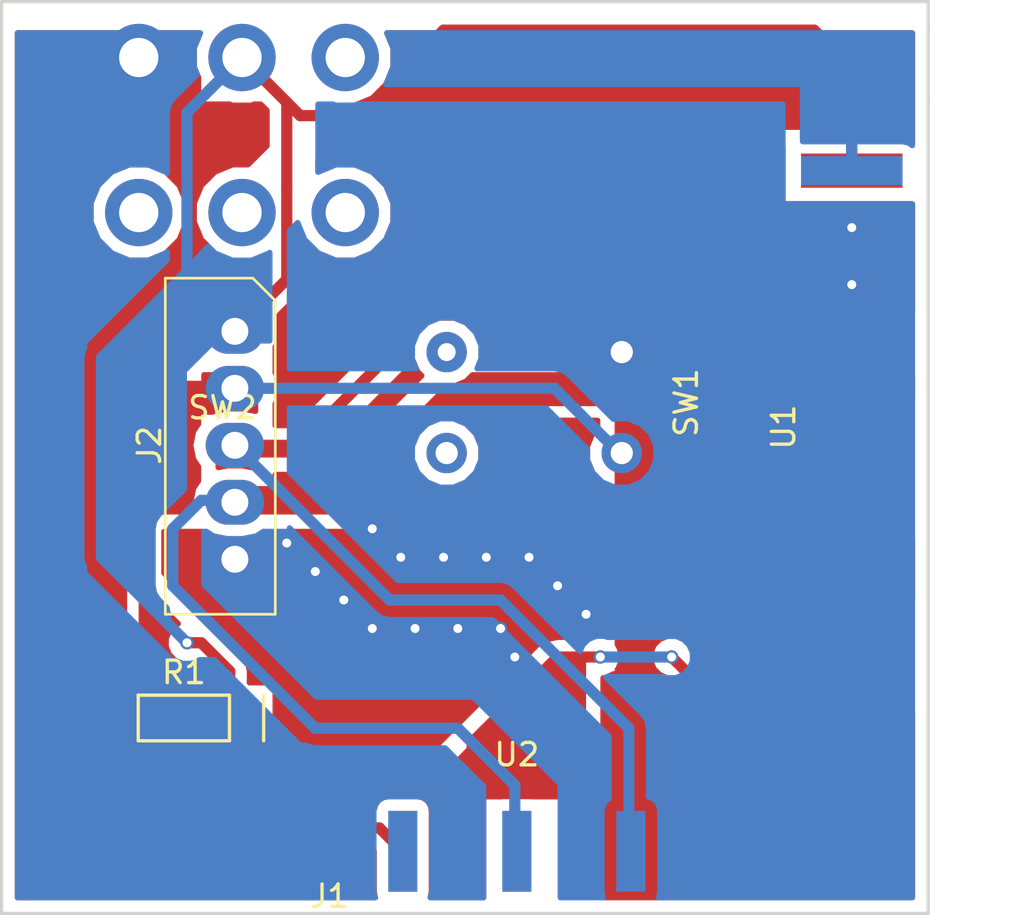
<source format=kicad_pcb>
(kicad_pcb (version 4) (host pcbnew 4.0.7)

  (general
    (links 33)
    (no_connects 3)
    (area 168.199999 112.319999 214.041401 153.34)
    (thickness 1.6)
    (drawings 9)
    (tracks 133)
    (zones 0)
    (modules 9)
    (nets 12)
  )

  (page A4)
  (layers
    (0 F.Cu signal)
    (31 B.Cu signal)
    (32 B.Adhes user)
    (33 F.Adhes user)
    (34 B.Paste user)
    (35 F.Paste user)
    (36 B.SilkS user)
    (37 F.SilkS user)
    (38 B.Mask user)
    (39 F.Mask user)
    (40 Dwgs.User user)
    (41 Cmts.User user)
    (42 Eco1.User user)
    (43 Eco2.User user)
    (44 Edge.Cuts user)
    (45 Margin user)
    (46 B.CrtYd user)
    (47 F.CrtYd user)
    (48 B.Fab user)
    (49 F.Fab user)
  )

  (setup
    (last_trace_width 0.5)
    (trace_clearance 0.2)
    (zone_clearance 0.508)
    (zone_45_only no)
    (trace_min 0.2)
    (segment_width 0.2)
    (edge_width 0.15)
    (via_size 0.6)
    (via_drill 0.4)
    (via_min_size 0.4)
    (via_min_drill 0.3)
    (uvia_size 0.3)
    (uvia_drill 0.1)
    (uvias_allowed no)
    (uvia_min_size 0.2)
    (uvia_min_drill 0.1)
    (pcb_text_width 0.3)
    (pcb_text_size 1.5 1.5)
    (mod_edge_width 0.15)
    (mod_text_size 1 1)
    (mod_text_width 0.15)
    (pad_size 0.6 0.6)
    (pad_drill 0.3)
    (pad_to_mask_clearance 0.2)
    (aux_axis_origin 0 0)
    (visible_elements FFFFFDFF)
    (pcbplotparams
      (layerselection 0x00030_80000001)
      (usegerberextensions false)
      (excludeedgelayer true)
      (linewidth 0.100000)
      (plotframeref false)
      (viasonmask false)
      (mode 1)
      (useauxorigin false)
      (hpglpennumber 1)
      (hpglpenspeed 20)
      (hpglpendiameter 15)
      (hpglpenoverlay 2)
      (psnegative false)
      (psa4output false)
      (plotreference true)
      (plotvalue true)
      (plotinvisibletext false)
      (padsonsilk false)
      (subtractmaskfromsilk false)
      (outputformat 1)
      (mirror false)
      (drillshape 1)
      (scaleselection 1)
      (outputdirectory ""))
  )

  (net 0 "")
  (net 1 GND)
  (net 2 "Net-(U1-Pad11)")
  (net 3 "Net-(U1-Pad13)")
  (net 4 "Net-(U1-Pad17)")
  (net 5 "Net-(U2-Pad5)")
  (net 6 "Net-(J1-Pad1)")
  (net 7 SWCLK)
  (net 8 SWDIO)
  (net 9 RST)
  (net 10 /3V3)
  (net 11 MCUVDD)

  (net_class Default "This is the default net class."
    (clearance 0.2)
    (trace_width 0.5)
    (via_dia 0.6)
    (via_drill 0.4)
    (uvia_dia 0.3)
    (uvia_drill 0.1)
    (add_net /3V3)
    (add_net GND)
    (add_net MCUVDD)
    (add_net "Net-(J1-Pad1)")
    (add_net "Net-(U1-Pad11)")
    (add_net "Net-(U1-Pad13)")
    (add_net "Net-(U1-Pad17)")
    (add_net "Net-(U2-Pad5)")
    (add_net RST)
    (add_net SWCLK)
    (add_net SWDIO)
  )

  (net_class IDontKnow? ""
    (clearance 0.2)
    (trace_width 0.5)
    (via_dia 0.6)
    (via_drill 0.4)
    (uvia_dia 0.3)
    (uvia_drill 0.1)
  )

  (module Programming_Board_Switch (layer F.Cu) (tedit 5A5D5BDE) (tstamp 5A1450BA)
    (at 178.9811 118.3386)
    (path /5A027074)
    (fp_text reference SW2 (at -0.87 12.155) (layer F.SilkS)
      (effects (font (size 1 1) (thickness 0.15)))
    )
    (fp_text value SW_DIP_x01 (at -0.535 13.465) (layer F.Fab)
      (effects (font (size 1 1) (thickness 0.15)))
    )
    (pad 1 thru_hole circle (at -4.6 -3.455) (size 3 3) (drill 1.75) (layers *.Cu *.Mask)
      (net 10 /3V3))
    (pad 2 thru_hole circle (at 0 -3.455) (size 3 3) (drill 1.75) (layers *.Cu *.Mask)
      (net 11 MCUVDD))
    (pad 5 thru_hole circle (at 4.6 -3.455) (size 3 3) (drill 1.75) (layers *.Cu *.Mask))
    (pad 6 thru_hole circle (at -4.6 3.455) (size 3 3) (drill 1.75) (layers *.Cu *.Mask))
    (pad 7 thru_hole circle (at 0 3.455) (size 3 3) (drill 1.75) (layers *.Cu *.Mask))
    (pad 8 thru_hole circle (at 4.6 3.455) (size 3 3) (drill 1.75) (layers *.Cu *.Mask))
  )

  (module Programmer_ResetButton (layer F.Cu) (tedit 5A5D5ACA) (tstamp 5A1450B3)
    (at 191.9986 130.2639 90)
    (path /59F7DF1B)
    (fp_text reference SW1 (at 0 6.77 90) (layer F.SilkS)
      (effects (font (size 1 1) (thickness 0.15)))
    )
    (fp_text value SW_Push (at 0 5.77 90) (layer F.Fab)
      (effects (font (size 1 1) (thickness 0.15)))
    )
    (pad 1 thru_hole circle (at -2.25 3.9 90) (size 1.8 1.8) (drill 0.99) (layers *.Cu *.Mask)
      (net 9 RST))
    (pad 2 thru_hole circle (at 2.25 3.9 90) (size 1.8 1.8) (drill 0.99) (layers *.Cu *.Mask)
      (net 1 GND))
    (pad 3 thru_hole circle (at -2.25 -3.9 90) (size 1.8 1.8) (drill 0.99) (layers *.Cu *.Mask))
    (pad 4 thru_hole circle (at 2.25 -3.9 90) (size 1.8 1.8) (drill 0.799) (layers *.Cu *.Mask))
  )

  (module WARG-kicad:1.7x6.5 (layer F.Cu) (tedit 592A4587) (tstamp 5A1450AB)
    (at 178.4228 144.3228 180)
    (path /59F7DF60)
    (fp_text reference R1 (at 2.032 2.032 180) (layer F.SilkS)
      (effects (font (size 1 1) (thickness 0.15)))
    )
    (fp_text value R (at 2.032 -2.032 180) (layer F.Fab)
      (effects (font (size 1 1) (thickness 0.15)))
    )
    (fp_line (start -1.524 -1.016) (end -1.524 1.016) (layer F.SilkS) (width 0.15))
    (fp_line (start 4.064 1.016) (end 4.064 -1.016) (layer F.SilkS) (width 0.15))
    (fp_line (start 4.064 -1.016) (end 0 -1.016) (layer F.SilkS) (width 0.15))
    (fp_line (start 0 -1.016) (end 0 1.016) (layer F.SilkS) (width 0.15))
    (fp_line (start 0 1.016) (end 4.064 1.016) (layer F.SilkS) (width 0.15))
    (pad 2 smd rect (at 4 0 180) (size 2.5 1.7) (layers F.Cu F.Paste F.Mask)
      (net 9 RST))
    (pad 1 smd rect (at 0 0 180) (size 2.5 1.7) (layers F.Cu F.Paste F.Mask)
      (net 11 MCUVDD))
  )

  (module "WARG KiCAD:Test_Point_5V" (layer F.Cu) (tedit 5A20C7C0) (tstamp 5A20C5EE)
    (at 182.88 151.765)
    (path /5A144E68)
    (fp_text reference J1 (at 0 0.5) (layer F.SilkS)
      (effects (font (size 1 1) (thickness 0.15)))
    )
    (fp_text value TEST_1P (at 0 -0.5) (layer F.Fab)
      (effects (font (size 1 1) (thickness 0.15)))
    )
    (pad 1 smd circle (at 0 -2.54) (size 1.27 1.27) (layers F.Cu F.Paste F.Mask)
      (net 6 "Net-(J1-Pad1)"))
  )

  (module Connectors_Molex:Molex_SPOX-5267_22-03-5055_05x2.54mm_Straight (layer F.Cu) (tedit 588F200E) (tstamp 5A1450A5)
    (at 178.6636 137.2489 90)
    (descr "Connector Headers with Friction Lock, 22-03-5055, http://www.molex.com/pdm_docs/ps/PS-5264-001-001.pdf")
    (tags "connector molex SPOX 5267 22-03-5055")
    (path /59F7E356)
    (fp_text reference J2 (at 5.08 -3.81 90) (layer F.SilkS)
      (effects (font (size 1 1) (thickness 0.15)))
    )
    (fp_text value SPOX-5 (at 5.08 2.54 90) (layer F.Fab)
      (effects (font (size 1 1) (thickness 0.15)))
    )
    (fp_line (start 11.53 1.8) (end 12.53 0.8) (layer F.SilkS) (width 0.12))
    (fp_line (start -2.45 -3.1) (end -2.45 1.8) (layer F.SilkS) (width 0.12))
    (fp_line (start -2.45 1.8) (end 11.53 1.8) (layer F.SilkS) (width 0.12))
    (fp_line (start 12.53 0.8) (end 12.53 -3.1) (layer F.SilkS) (width 0.12))
    (fp_line (start 12.53 -3.1) (end -2.45 -3.1) (layer F.SilkS) (width 0.12))
    (fp_line (start -2.5 1.85) (end -2.5 -3.15) (layer F.CrtYd) (width 0.05))
    (fp_line (start -2.5 -3.15) (end 12.58 -3.15) (layer F.CrtYd) (width 0.05))
    (fp_line (start 12.58 -3.15) (end 12.58 1.85) (layer F.CrtYd) (width 0.05))
    (fp_line (start 12.58 1.85) (end -2.5 1.85) (layer F.CrtYd) (width 0.05))
    (fp_line (start 12.43 -3) (end -2.35 -3) (layer F.Fab) (width 0.1))
    (fp_line (start 12.43 0.7) (end 12.43 -3) (layer F.Fab) (width 0.1))
    (fp_line (start 11.43 1.7) (end 12.43 0.7) (layer F.Fab) (width 0.1))
    (fp_line (start -2.35 1.7) (end 11.43 1.7) (layer F.Fab) (width 0.1))
    (fp_line (start -2.35 -3) (end -2.35 1.7) (layer F.Fab) (width 0.1))
    (pad 1 thru_hole rect (at 0 0 90) (size 2 2.6) (drill 1.2) (layers *.Cu *.Mask)
      (net 1 GND))
    (pad 2 thru_hole oval (at 2.54 0 90) (size 2 2.6) (drill 1.2) (layers *.Cu *.Mask)
      (net 7 SWCLK))
    (pad 3 thru_hole oval (at 5.08 0 90) (size 2 2.6) (drill 1.2) (layers *.Cu *.Mask)
      (net 8 SWDIO))
    (pad 4 thru_hole oval (at 7.62 0 90) (size 2 2.6) (drill 1.2) (layers *.Cu *.Mask)
      (net 9 RST))
    (pad 5 thru_hole oval (at 10.16 0 90) (size 2 2.6) (drill 1.2) (layers *.Cu *.Mask)
      (net 11 MCUVDD))
    (model ${KISYS3DMOD}/Connectors_Molex.3dshapes/Molex_SPOX-5267_22-03-5055_05x2.54mm_Straight.wrl
      (at (xyz 0.2 0.023622 0.114173))
      (scale (xyz 1 1 1))
      (rotate (xyz -90 0 180))
    )
  )

  (module "WARG KiCAD:Board_Edge_Female2x5x2.54" (layer F.Cu) (tedit 5A144FB3) (tstamp 5A1450E0)
    (at 191.2239 146.4564 180)
    (path /5A0E4C48)
    (fp_text reference U2 (at 0 0.5 180) (layer F.SilkS)
      (effects (font (size 1 1) (thickness 0.15)))
    )
    (fp_text value Board_Edge_5x2x2.54 (at 0 -0.5 180) (layer F.Fab)
      (effects (font (size 1 1) (thickness 0.15)))
    )
    (pad 1 smd rect (at -5.08 -3.81 180) (size 1.27 3.6) (layers F.Cu F.Paste F.Mask)
      (net 9 RST))
    (pad 3 smd rect (at -2.54 -3.81 180) (size 1.27 3.6) (layers F.Cu F.Paste F.Mask)
      (net 1 GND))
    (pad 5 smd rect (at 0 -3.81 180) (size 1.27 3.6) (layers F.Cu F.Paste F.Mask)
      (net 5 "Net-(U2-Pad5)"))
    (pad 7 smd rect (at 2.54 -3.81 180) (size 1.27 3.6) (layers F.Cu F.Paste F.Mask)
      (net 10 /3V3))
    (pad 9 smd rect (at 5.08 -3.81 180) (size 1.27 3.6) (layers F.Cu F.Paste F.Mask)
      (net 6 "Net-(J1-Pad1)"))
    (pad 2 smd rect (at -5.08 -3.81 180) (size 1.3 3.6) (layers B.Cu B.Paste B.Mask)
      (net 8 SWDIO))
    (pad 4 smd rect (at -2.54 -3.81 180) (size 1.3 3.6) (layers B.Cu B.Paste B.Mask)
      (net 1 GND))
    (pad 6 smd rect (at 0 -3.81 180) (size 1.3 3.6) (layers B.Cu B.Paste B.Mask)
      (net 7 SWCLK))
    (pad 8 smd rect (at 2.54 -3.81 180) (size 1.3 3.6) (layers B.Cu B.Paste B.Mask)
      (net 10 /3V3))
    (pad 10 smd rect (at 5.08 -3.81 180) (size 1.3 3.6) (layers B.Cu B.Paste B.Mask)
      (net 6 "Net-(J1-Pad1)"))
  )

  (module "WARG KiCAD:Board_Edge_10x2x2.54" (layer F.Cu) (tedit 5A272DDD) (tstamp 5A5D5D07)
    (at 209.9564 126.2761 270)
    (path /59FBAE7B)
    (fp_text reference U1 (at 5.08 6.85 270) (layer F.SilkS)
      (effects (font (size 1 1) (thickness 0.15)))
    )
    (fp_text value DB20M (at 5.08 -0.5 270) (layer F.Fab)
      (effects (font (size 1 1) (thickness 0.15)))
    )
    (fp_line (start 6.35 -3.81) (end 6.35 0) (layer B.Paste) (width 0.15))
    (fp_line (start 3.81 0) (end 6.35 0) (layer B.Paste) (width 0.15))
    (fp_line (start 3.81 -3.81) (end 3.81 0) (layer B.Paste) (width 0.15))
    (fp_line (start 3.81 0) (end 3.81 -3.81) (layer B.Paste) (width 0.15))
    (fp_line (start -8.89 -3.81) (end -8.89 1.27) (layer B.Paste) (width 0.15))
    (fp_line (start -8.89 1.27) (end -8.89 -3.81) (layer B.Paste) (width 0.15))
    (fp_line (start -8.89 -3.81) (end -7.62 -3.81) (layer B.Paste) (width 0.15))
    (fp_line (start -7.62 -3.81) (end -8.89 -3.81) (layer B.Paste) (width 0.15))
    (fp_line (start 19.05 -3.81) (end -7.62 -3.81) (layer B.Paste) (width 0.15))
    (fp_line (start -8.89 -2.54) (end -8.89 1.27) (layer B.Paste) (width 0.15))
    (fp_line (start -8.89 1.27) (end 19.05 1.27) (layer B.Paste) (width 0.15))
    (fp_line (start 19.05 1.27) (end 19.05 -3.81) (layer B.Paste) (width 0.15))
    (pad 1 smd trapezoid (at -6.35 3.81 270) (size 1.524 4.524) (layers F.Cu F.Paste F.Mask)
      (net 11 MCUVDD))
    (pad 2 smd trapezoid (at -6.35 3.81 270) (size 1.3 4.524) (layers B.Cu B.Paste B.Mask)
      (net 11 MCUVDD))
    (pad 3 smd trapezoid (at -3.81 3.81 270) (size 1.524 4.524) (layers F.Cu F.Paste F.Mask)
      (net 1 GND))
    (pad 4 smd trapezoid (at -3.81 3.81 270) (size 1.3 4.524) (layers B.Cu B.Paste B.Mask)
      (net 1 GND))
    (pad 5 smd trapezoid (at -1.27 3.81 270) (size 1.524 4.524) (layers F.Cu F.Paste F.Mask)
      (net 1 GND))
    (pad 6 smd trapezoid (at -1.27 3.81 270) (size 1.3 4.524) (layers B.Cu B.Paste B.Mask)
      (net 1 GND))
    (pad 7 smd trapezoid (at 1.27 3.81 270) (size 1.524 4.524) (layers F.Cu F.Paste F.Mask)
      (net 8 SWDIO))
    (pad 8 smd trapezoid (at 1.27 3.81 270) (size 1.3 4.524) (layers B.Cu B.Paste B.Mask)
      (net 1 GND))
    (pad 9 smd trapezoid (at 3.81 3.81 270) (size 1.524 4.524) (layers F.Cu F.Paste F.Mask)
      (net 7 SWCLK))
    (pad 10 smd trapezoid (at 3.81 3.81 270) (size 1.3 4.524) (layers B.Cu B.Paste B.Mask)
      (net 1 GND))
    (pad 11 smd trapezoid (at 6.35 3.81 270) (size 1.524 4.524) (layers F.Cu F.Paste F.Mask)
      (net 2 "Net-(U1-Pad11)"))
    (pad 12 smd trapezoid (at 6.35 3.81 270) (size 1.3 4.524) (layers B.Cu B.Paste B.Mask)
      (net 1 GND))
    (pad 13 smd trapezoid (at 8.89 3.81 270) (size 1.524 4.524) (layers F.Cu F.Paste F.Mask)
      (net 3 "Net-(U1-Pad13)"))
    (pad 14 smd trapezoid (at 8.89 3.81 270) (size 1.3 4.524) (layers B.Cu B.Paste B.Mask)
      (net 1 GND))
    (pad 15 smd trapezoid (at 11.43 3.81 270) (size 1.524 4.524) (layers F.Cu F.Paste F.Mask)
      (net 9 RST))
    (pad 16 smd trapezoid (at 11.43 3.81 270) (size 1.3 4.524) (layers B.Cu B.Paste B.Mask)
      (net 1 GND))
    (pad 17 smd trapezoid (at 13.97 3.81 270) (size 1.524 4.524) (layers F.Cu F.Paste F.Mask)
      (net 4 "Net-(U1-Pad17)"))
    (pad 18 smd trapezoid (at 13.97 3.81 270) (size 1.3 4.524) (layers B.Cu B.Paste B.Mask)
      (net 1 GND))
    (pad 19 smd trapezoid (at 16.51 3.81 270) (size 1.524 4.524) (layers F.Cu F.Paste F.Mask)
      (net 10 /3V3))
    (pad 20 smd trapezoid (at 16.51 3.81 270) (size 1.3 4.524) (layers B.Cu B.Paste B.Mask)
      (net 1 GND))
  )

  (module WARG-kicad:via (layer F.Cu) (tedit 5A5D6632) (tstamp 5A5D7ED5)
    (at 184.785 140.335)
    (fp_text reference REF** (at 0.508 2.032) (layer F.SilkS) hide
      (effects (font (size 1 1) (thickness 0.15)))
    )
    (fp_text value via (at 0 -1.524) (layer F.Fab) hide
      (effects (font (size 1 1) (thickness 0.15)))
    )
    (pad 1 thru_hole circle (at 0 0) (size 0.6 0.6) (drill 0.3) (layers *.Cu)
      (net 1 GND) (zone_connect 2))
  )

  (module WARG-kicad:via (layer F.Cu) (tedit 5A5D670C) (tstamp 5A5D7EF5)
    (at 187.96 137.16)
    (fp_text reference REF** (at 0.508 2.032) (layer F.SilkS) hide
      (effects (font (size 1 1) (thickness 0.15)))
    )
    (fp_text value via (at 0 -1.524) (layer F.Fab) hide
      (effects (font (size 1 1) (thickness 0.15)))
    )
    (pad 1 thru_hole circle (at 0 0) (size 0.6 0.6) (drill 0.3) (layers *.Cu)
      (net 1 GND) (zone_connect 2))
  )

  (gr_line (start 209.55 113.665) (end 209.55 112.395) (angle 90) (layer Edge.Cuts) (width 0.15))
  (gr_line (start 168.275 114.935) (end 168.275 113.665) (angle 90) (layer Edge.Cuts) (width 0.15))
  (gr_line (start 168.275 118.11) (end 168.275 114.935) (angle 90) (layer Edge.Cuts) (width 0.15))
  (gr_line (start 209.55 116.84) (end 209.55 113.665) (angle 90) (layer Edge.Cuts) (width 0.15))
  (gr_line (start 168.275 112.395) (end 168.275 113.665) (angle 90) (layer Edge.Cuts) (width 0.15))
  (gr_line (start 209.55 112.395) (end 168.275 112.395) (angle 90) (layer Edge.Cuts) (width 0.15))
  (gr_line (start 209.55 153.035) (end 209.55 116.84) (angle 90) (layer Edge.Cuts) (width 0.15))
  (gr_line (start 168.275 153.035) (end 209.55 153.035) (angle 90) (layer Edge.Cuts) (width 0.15))
  (gr_line (start 168.275 118.11) (end 168.275 153.035) (angle 90) (layer Edge.Cuts) (width 0.15))

  (segment (start 206.1464 125.0061) (end 206.1464 127.5461) (width 0.5) (layer B.Cu) (net 1))
  (segment (start 206.1464 127.5461) (end 206.1464 130.0861) (width 0.5) (layer B.Cu) (net 1) (tstamp 5A5D7F19))
  (segment (start 206.1464 130.0861) (end 206.1464 132.6261) (width 0.5) (layer B.Cu) (net 1) (tstamp 5A5D7F1A))
  (segment (start 206.1464 132.6261) (end 206.1464 135.1661) (width 0.5) (layer B.Cu) (net 1) (tstamp 5A5D7F1B))
  (segment (start 206.1464 135.1661) (end 198.9942 128.0139) (width 0.5) (layer B.Cu) (net 1) (tstamp 5A5D7F1C))
  (segment (start 198.9942 128.0139) (end 195.8986 128.0139) (width 0.5) (layer B.Cu) (net 1) (tstamp 5A5D7F1D))
  (segment (start 184.785 140.335) (end 181.7497 140.335) (width 0.5) (layer F.Cu) (net 1))
  (segment (start 181.7497 140.335) (end 178.6636 137.2489) (width 0.5) (layer F.Cu) (net 1) (tstamp 5A5D7F06))
  (via (at 184.785 135.89) (size 0.6) (drill 0.4) (layers F.Cu B.Cu) (net 1))
  (via (at 194.31 139.7) (size 0.6) (drill 0.4) (layers F.Cu B.Cu) (net 1))
  (segment (start 194.31 139.7) (end 193.04 138.43) (width 0.5) (layer F.Cu) (net 1) (tstamp 5A28138F))
  (via (at 193.04 138.43) (size 0.6) (drill 0.4) (layers F.Cu B.Cu) (net 1))
  (segment (start 191.77 137.16) (end 193.04 138.43) (width 0.5) (layer B.Cu) (net 1) (tstamp 5A28138A))
  (via (at 191.77 137.16) (size 0.6) (drill 0.4) (layers F.Cu B.Cu) (net 1))
  (segment (start 189.865 137.16) (end 191.77 137.16) (width 0.5) (layer F.Cu) (net 1) (tstamp 5A281386))
  (via (at 189.865 137.16) (size 0.6) (drill 0.4) (layers F.Cu B.Cu) (net 1))
  (segment (start 187.96 137.16) (end 189.865 137.16) (width 0.5) (layer B.Cu) (net 1) (tstamp 5A281382))
  (via (at 187.96 137.16) (size 0.6) (drill 0.4) (layers F.Cu B.Cu) (net 1))
  (segment (start 186.055 137.16) (end 187.96 137.16) (width 0.5) (layer F.Cu) (net 1) (tstamp 5A28137B))
  (via (at 186.055 137.16) (size 0.6) (drill 0.4) (layers F.Cu B.Cu) (net 1))
  (segment (start 186.055 137.16) (end 184.785 135.89) (width 0.5) (layer B.Cu) (net 1) (tstamp 5A281374))
  (segment (start 183.515 139.065) (end 184.785 140.335) (width 0.5) (layer F.Cu) (net 1) (tstamp 5A2813B0))
  (via (at 180.975 136.525) (size 0.6) (drill 0.4) (layers F.Cu B.Cu) (net 1))
  (via (at 191.135 141.605) (size 0.6) (drill 0.4) (layers F.Cu B.Cu) (net 1))
  (segment (start 191.135 141.605) (end 190.5 140.97) (width 0.5) (layer F.Cu) (net 1) (tstamp 5A2813CA))
  (segment (start 190.5 140.335) (end 190.5 140.97) (width 0.5) (layer F.Cu) (net 1) (tstamp 5A2813C9))
  (via (at 190.5 140.335) (size 0.6) (drill 0.4) (layers F.Cu B.Cu) (net 1))
  (segment (start 188.595 140.335) (end 190.5 140.335) (width 0.5) (layer B.Cu) (net 1) (tstamp 5A2813C0))
  (via (at 188.595 140.335) (size 0.6) (drill 0.4) (layers F.Cu B.Cu) (net 1))
  (segment (start 186.69 140.335) (end 188.595 140.335) (width 0.5) (layer F.Cu) (net 1) (tstamp 5A2813BB))
  (via (at 186.69 140.335) (size 0.6) (drill 0.4) (layers F.Cu B.Cu) (net 1))
  (segment (start 184.785 140.335) (end 186.69 140.335) (width 0.5) (layer B.Cu) (net 1) (tstamp 5A2813B4))
  (via (at 184.785 140.335) (size 0.6) (drill 0.4) (layers F.Cu B.Cu) (net 1))
  (via (at 183.515 139.065) (size 0.6) (drill 0.4) (layers F.Cu B.Cu) (net 1))
  (segment (start 182.245 137.795) (end 183.515 139.065) (width 0.5) (layer B.Cu) (net 1) (tstamp 5A2813AC))
  (via (at 182.245 137.795) (size 0.6) (drill 0.4) (layers F.Cu B.Cu) (net 1))
  (segment (start 182.245 137.795) (end 180.975 136.525) (width 0.5) (layer F.Cu) (net 1) (tstamp 5A2813A6))
  (via (at 206.1464 122.4661) (size 0.6) (drill 0.4) (layers F.Cu B.Cu) (net 1))
  (segment (start 206.1464 122.4661) (end 206.1464 125.0061) (width 0.5) (layer B.Cu) (net 1) (tstamp 5A272EEE))
  (via (at 206.1464 125.0061) (size 0.6) (drill 0.4) (layers F.Cu B.Cu) (net 1))
  (segment (start 193.7639 150.2664) (end 193.675 150.1775) (width 0.5) (layer B.Cu) (net 1))
  (segment (start 193.675 150.1775) (end 193.675 147.32) (width 0.5) (layer B.Cu) (net 1) (tstamp 5A27289C))
  (segment (start 184.2897 142.875) (end 178.6636 137.2489) (width 0.5) (layer B.Cu) (net 1) (tstamp 5A2728A7))
  (segment (start 189.23 142.875) (end 184.2897 142.875) (width 0.5) (layer B.Cu) (net 1) (tstamp 5A2728A4))
  (segment (start 193.675 147.32) (end 189.23 142.875) (width 0.5) (layer B.Cu) (net 1) (tstamp 5A27289F))
  (segment (start 186.1439 150.2664) (end 185.1025 149.225) (width 0.5) (layer F.Cu) (net 6))
  (segment (start 185.1025 149.225) (end 182.88 149.225) (width 0.5) (layer F.Cu) (net 6) (tstamp 5A271556))
  (segment (start 183.4261 134.7089) (end 178.6636 134.7089) (width 0.5) (layer F.Cu) (net 7) (tstamp 5A272FC0))
  (segment (start 183.515 134.62) (end 183.4261 134.7089) (width 0.5) (layer F.Cu) (net 7))
  (segment (start 187.96 130.175) (end 183.515 134.62) (width 0.5) (layer F.Cu) (net 7) (tstamp 5A272FB9))
  (segment (start 206.0575 130.175) (end 187.96 130.175) (width 0.5) (layer F.Cu) (net 7) (tstamp 5A272FB7))
  (segment (start 206.1464 130.0861) (end 206.0575 130.175) (width 0.5) (layer F.Cu) (net 7))
  (segment (start 191.2239 150.2664) (end 191.135 150.1775) (width 0.5) (layer B.Cu) (net 7))
  (segment (start 191.135 150.1775) (end 191.135 147.32) (width 0.5) (layer B.Cu) (net 7) (tstamp 5A272737))
  (segment (start 191.135 147.32) (end 188.595 144.78) (width 0.5) (layer B.Cu) (net 7) (tstamp 5A27273C))
  (segment (start 188.595 144.78) (end 182.245 144.78) (width 0.5) (layer B.Cu) (net 7) (tstamp 5A272742))
  (segment (start 182.245 144.78) (end 175.895 138.43) (width 0.5) (layer B.Cu) (net 7) (tstamp 5A272745))
  (segment (start 175.895 138.43) (end 175.895 136.525) (width 0.5) (layer B.Cu) (net 7) (tstamp 5A27274E))
  (segment (start 175.895 136.525) (end 175.895 135.89) (width 0.5) (layer B.Cu) (net 7) (tstamp 5A272750))
  (segment (start 175.895 135.89) (end 177.165 134.62) (width 0.5) (layer B.Cu) (net 7) (tstamp 5A272754))
  (segment (start 177.165 134.62) (end 178.5747 134.62) (width 0.5) (layer B.Cu) (net 7) (tstamp 5A272758))
  (segment (start 178.5747 134.62) (end 178.6636 134.7089) (width 0.5) (layer B.Cu) (net 7) (tstamp 5A27275A))
  (segment (start 206.1464 127.5461) (end 198.6661 127.5461) (width 0.5) (layer F.Cu) (net 8))
  (segment (start 181.5211 132.1689) (end 178.6636 132.1689) (width 0.5) (layer F.Cu) (net 8) (tstamp 5A5D7F15))
  (segment (start 187.325 126.365) (end 181.5211 132.1689) (width 0.5) (layer F.Cu) (net 8) (tstamp 5A5D7F13))
  (segment (start 197.485 126.365) (end 187.325 126.365) (width 0.5) (layer F.Cu) (net 8) (tstamp 5A5D7F12))
  (segment (start 198.6661 127.5461) (end 197.485 126.365) (width 0.5) (layer F.Cu) (net 8) (tstamp 5A5D7F11))
  (segment (start 206.1464 127.5461) (end 206.0575 127.635) (width 0.5) (layer F.Cu) (net 8))
  (segment (start 178.7525 132.08) (end 178.6636 132.1689) (width 0.5) (layer F.Cu) (net 8) (tstamp 5A272FB0))
  (segment (start 196.3039 150.2664) (end 196.215 150.1775) (width 0.5) (layer B.Cu) (net 8))
  (segment (start 196.215 150.1775) (end 196.215 144.78) (width 0.5) (layer B.Cu) (net 8) (tstamp 5A2728CA))
  (segment (start 185.5597 139.065) (end 178.6636 132.1689) (width 0.5) (layer B.Cu) (net 8) (tstamp 5A2728E1))
  (segment (start 186.055 139.065) (end 185.5597 139.065) (width 0.5) (layer B.Cu) (net 8) (tstamp 5A2728D9))
  (segment (start 190.5 139.065) (end 186.055 139.065) (width 0.5) (layer B.Cu) (net 8) (tstamp 5A2728D7))
  (segment (start 196.215 144.78) (end 190.5 139.065) (width 0.5) (layer B.Cu) (net 8) (tstamp 5A2728D1))
  (segment (start 206.1464 137.7061) (end 206.0575 137.795) (width 0.5) (layer F.Cu) (net 9))
  (segment (start 206.0575 137.795) (end 201.0697 137.795) (width 0.5) (layer F.Cu) (net 9) (tstamp 5A27317F))
  (segment (start 201.0697 137.795) (end 196.2686 132.9939) (width 0.5) (layer F.Cu) (net 9) (tstamp 5A273182))
  (segment (start 196.3039 150.2664) (end 196.2686 150.2311) (width 0.5) (layer F.Cu) (net 9))
  (segment (start 196.2686 150.2311) (end 196.2686 132.9939) (width 0.5) (layer F.Cu) (net 9) (tstamp 5A27308F))
  (segment (start 196.2686 132.9939) (end 192.9036 129.6289) (width 0.5) (layer B.Cu) (net 9))
  (segment (start 192.9036 129.6289) (end 178.6636 129.6289) (width 0.5) (layer B.Cu) (net 9) (tstamp 5A273012))
  (segment (start 174.4228 144.3228) (end 174.625 144.1206) (width 0.5) (layer F.Cu) (net 9))
  (segment (start 174.625 144.1206) (end 174.625 130.81) (width 0.5) (layer F.Cu) (net 9) (tstamp 5A272677))
  (segment (start 174.625 130.81) (end 175.895 129.54) (width 0.5) (layer F.Cu) (net 9) (tstamp 5A27267D))
  (segment (start 175.895 129.54) (end 178.5747 129.54) (width 0.5) (layer F.Cu) (net 9) (tstamp 5A272681))
  (segment (start 178.5747 129.54) (end 178.6636 129.6289) (width 0.5) (layer F.Cu) (net 9) (tstamp 5A272685))
  (segment (start 178.5747 129.54) (end 178.6636 129.6289) (width 0.5) (layer F.Cu) (net 9) (tstamp 5A271527))
  (segment (start 188.6839 150.2664) (end 188.6839 148.0439) (width 0.5) (layer B.Cu) (net 10))
  (segment (start 170.815 119.7197) (end 174.3811 116.1536) (width 0.5) (layer B.Cu) (net 10) (tstamp 5A5D6314))
  (segment (start 170.815 142.875) (end 170.815 119.7197) (width 0.5) (layer B.Cu) (net 10) (tstamp 5A5D6312))
  (segment (start 174.625 146.685) (end 170.815 142.875) (width 0.5) (layer B.Cu) (net 10) (tstamp 5A5D6310))
  (segment (start 187.325 146.685) (end 174.625 146.685) (width 0.5) (layer B.Cu) (net 10) (tstamp 5A5D630F))
  (segment (start 188.6839 148.0439) (end 187.325 146.685) (width 0.5) (layer B.Cu) (net 10) (tstamp 5A5D630E))
  (segment (start 188.6839 150.2664) (end 188.6839 148.6789) (width 0.5) (layer F.Cu) (net 10))
  (segment (start 188.6839 148.6789) (end 187.325 147.32) (width 0.5) (layer F.Cu) (net 10) (tstamp 5A5D6304))
  (segment (start 170.815 119.7197) (end 174.3811 116.1536) (width 0.5) (layer F.Cu) (net 10) (tstamp 5A5D630A))
  (segment (start 170.815 144.78) (end 170.815 119.7197) (width 0.5) (layer F.Cu) (net 10) (tstamp 5A5D6308))
  (segment (start 173.355 147.32) (end 170.815 144.78) (width 0.5) (layer F.Cu) (net 10) (tstamp 5A5D6306))
  (segment (start 187.325 147.32) (end 173.355 147.32) (width 0.5) (layer F.Cu) (net 10) (tstamp 5A5D6305))
  (segment (start 206.1464 142.7861) (end 205.6003 142.24) (width 0.5) (layer F.Cu) (net 10))
  (segment (start 205.6003 142.24) (end 198.755 142.24) (width 0.5) (layer F.Cu) (net 10) (tstamp 5A27311F))
  (segment (start 198.755 142.24) (end 198.12 141.605) (width 0.5) (layer F.Cu) (net 10) (tstamp 5A273123))
  (via (at 198.12 141.605) (size 0.6) (drill 0.4) (layers F.Cu B.Cu) (net 10))
  (segment (start 198.12 141.605) (end 194.945 141.605) (width 0.5) (layer B.Cu) (net 10) (tstamp 5A27312A))
  (via (at 194.945 141.605) (size 0.6) (drill 0.4) (layers F.Cu B.Cu) (net 10))
  (segment (start 194.945 141.605) (end 193.04 141.605) (width 0.5) (layer F.Cu) (net 10) (tstamp 5A27313B))
  (segment (start 193.04 141.605) (end 189.23 145.415) (width 0.5) (layer F.Cu) (net 10) (tstamp 5A27313C))
  (segment (start 189.23 145.415) (end 189.23 149.7203) (width 0.5) (layer F.Cu) (net 10) (tstamp 5A273140))
  (segment (start 189.23 149.7203) (end 188.6839 150.2664) (width 0.5) (layer F.Cu) (net 10) (tstamp 5A273147))
  (segment (start 176.53 124.46) (end 176.53 117.3347) (width 0.5) (layer B.Cu) (net 11))
  (segment (start 172.72 128.27) (end 176.53 124.46) (width 0.5) (layer B.Cu) (net 11) (tstamp 5A5D6319))
  (segment (start 178.435 144.3106) (end 178.435 142.24) (width 0.5) (layer F.Cu) (net 11) (tstamp 5A2726F1))
  (segment (start 177.165 140.97) (end 178.435 142.24) (width 0.5) (layer F.Cu) (net 11) (tstamp 5A2726EA))
  (segment (start 176.53 140.97) (end 177.165 140.97) (width 0.5) (layer F.Cu) (net 11) (tstamp 5A2726E9))
  (via (at 176.53 140.97) (size 0.6) (drill 0.4) (layers F.Cu B.Cu) (net 11))
  (segment (start 172.72 137.16) (end 176.53 140.97) (width 0.5) (layer B.Cu) (net 11) (tstamp 5A2726E2))
  (segment (start 172.72 137.16) (end 172.72 128.27) (width 0.5) (layer B.Cu) (net 11))
  (segment (start 176.53 117.3347) (end 178.9811 114.8836) (width 0.5) (layer B.Cu) (net 11) (tstamp 5A5FD68D))
  (segment (start 180.975 120.65) (end 180.975 116.8775) (width 0.5) (layer F.Cu) (net 11))
  (segment (start 180.975 116.8775) (end 178.9811 114.8836) (width 0.5) (layer F.Cu) (net 11) (tstamp 5A5FD67F))
  (segment (start 178.6636 127.0889) (end 180.975 124.7775) (width 0.5) (layer F.Cu) (net 11) (tstamp 5A5D632B))
  (segment (start 180.975 120.65) (end 180.975 124.7775) (width 0.5) (layer F.Cu) (net 11) (tstamp 5A5D632A))
  (segment (start 206.1464 119.9261) (end 206.1464 115.3414) (width 0.5) (layer F.Cu) (net 11))
  (segment (start 206.1464 115.3414) (end 204.47 113.665) (width 0.5) (layer F.Cu) (net 11) (tstamp 5A5FD660))
  (segment (start 204.47 113.665) (end 187.96 113.665) (width 0.5) (layer F.Cu) (net 11) (tstamp 5A5FD665))
  (segment (start 187.96 113.665) (end 186.69 114.935) (width 0.5) (layer F.Cu) (net 11) (tstamp 5A5FD668))
  (segment (start 186.69 114.935) (end 186.69 116.84) (width 0.5) (layer F.Cu) (net 11) (tstamp 5A5FD66C))
  (segment (start 186.69 116.84) (end 186.055 117.475) (width 0.5) (layer F.Cu) (net 11) (tstamp 5A5FD670))
  (segment (start 186.055 117.475) (end 181.5725 117.475) (width 0.5) (layer F.Cu) (net 11) (tstamp 5A5FD674))
  (segment (start 181.5725 117.475) (end 178.9811 114.8836) (width 0.5) (layer F.Cu) (net 11) (tstamp 5A5FD678))
  (segment (start 178.435 144.3106) (end 178.4228 144.3228) (width 0.5) (layer F.Cu) (net 11) (tstamp 5A2726F3))
  (segment (start 178.4228 144.3228) (end 178.435 144.3106) (width 0.5) (layer F.Cu) (net 11))

  (zone (net 1) (net_name GND) (layer B.Cu) (tstamp 5A2729B1) (hatch edge 0.508)
    (connect_pads yes (clearance 0.508))
    (min_thickness 0.254)
    (fill yes (arc_segments 16) (thermal_gap 0.508) (thermal_bridge_width 0.508))
    (polygon
      (pts
        (xy 209.55 121.285) (xy 203.2 121.285) (xy 203.2 116.84) (xy 182.245 116.84) (xy 182.245 121.285)
        (xy 180.975 122.555) (xy 180.975 135.89) (xy 177.165 135.89) (xy 177.165 138.43) (xy 182.245 143.51)
        (xy 189.23 143.51) (xy 193.04 147.32) (xy 193.04 153.035) (xy 209.55 153.035)
      )
    )
    (filled_polygon
      (pts
        (xy 183.154559 117.018228) (xy 184.003915 117.01897) (xy 184.129692 116.967) (xy 203.073 116.967) (xy 203.073 121.285)
        (xy 203.083006 121.33441) (xy 203.111447 121.376035) (xy 203.153841 121.403315) (xy 203.2 121.412) (xy 208.84 121.412)
        (xy 208.84 152.325) (xy 197.545746 152.325) (xy 197.550331 152.31829) (xy 197.60134 152.0664) (xy 197.60134 148.4664)
        (xy 197.557062 148.231083) (xy 197.41799 148.014959) (xy 197.20579 147.869969) (xy 197.1 147.848546) (xy 197.1 144.780005)
        (xy 197.100001 144.78) (xy 197.032634 144.441326) (xy 196.968975 144.346054) (xy 196.84079 144.15421) (xy 196.840787 144.154208)
        (xy 195.198505 142.511925) (xy 195.251569 142.49) (xy 197.813178 142.49) (xy 197.933201 142.539838) (xy 198.305167 142.540162)
        (xy 198.648943 142.398117) (xy 198.912192 142.135327) (xy 199.054838 141.791799) (xy 199.055162 141.419833) (xy 198.913117 141.076057)
        (xy 198.650327 140.812808) (xy 198.306799 140.670162) (xy 197.934833 140.669838) (xy 197.813431 140.72) (xy 195.251822 140.72)
        (xy 195.131799 140.670162) (xy 194.759833 140.669838) (xy 194.416057 140.811883) (xy 194.152808 141.074673) (xy 194.037924 141.351344)
        (xy 191.12579 138.43921) (xy 191.112006 138.43) (xy 190.838675 138.247367) (xy 190.782484 138.23619) (xy 190.5 138.179999)
        (xy 190.499995 138.18) (xy 185.926279 138.18) (xy 181.102 133.35572) (xy 181.102 132.817891) (xy 186.563335 132.817891)
        (xy 186.796532 133.382271) (xy 187.227957 133.814451) (xy 187.79193 134.048633) (xy 188.402591 134.049165) (xy 188.966971 133.815968)
        (xy 189.399151 133.384543) (xy 189.633333 132.82057) (xy 189.633865 132.209909) (xy 189.400668 131.645529) (xy 188.969243 131.213349)
        (xy 188.40527 130.979167) (xy 187.794609 130.978635) (xy 187.230229 131.211832) (xy 186.798049 131.643257) (xy 186.563867 132.20723)
        (xy 186.563335 132.817891) (xy 181.102 132.817891) (xy 181.102 130.5139) (xy 192.53702 130.5139) (xy 194.363751 132.34063)
        (xy 194.363335 132.817891) (xy 194.596532 133.382271) (xy 195.027957 133.814451) (xy 195.59193 134.048633) (xy 196.202591 134.049165)
        (xy 196.766971 133.815968) (xy 197.199151 133.384543) (xy 197.433333 132.82057) (xy 197.433865 132.209909) (xy 197.200668 131.645529)
        (xy 196.769243 131.213349) (xy 196.20527 130.979167) (xy 195.594609 130.978635) (xy 195.531139 131.00486) (xy 193.52939 129.00311)
        (xy 193.368773 128.89579) (xy 193.242275 128.811267) (xy 193.186084 128.80009) (xy 192.9036 128.743899) (xy 192.903595 128.7439)
        (xy 189.457551 128.7439) (xy 189.633333 128.32057) (xy 189.633865 127.709909) (xy 189.400668 127.145529) (xy 188.969243 126.713349)
        (xy 188.40527 126.479167) (xy 187.794609 126.478635) (xy 187.230229 126.711832) (xy 186.798049 127.143257) (xy 186.563867 127.70723)
        (xy 186.563335 128.317891) (xy 186.739358 128.7439) (xy 181.102 128.7439) (xy 181.102 122.607606) (xy 181.459607 122.249999)
        (xy 181.77008 123.0014) (xy 182.370141 123.602509) (xy 183.154559 123.928228) (xy 184.003915 123.92897) (xy 184.7889 123.60462)
        (xy 185.390009 123.004559) (xy 185.715728 122.220141) (xy 185.71647 121.370785) (xy 185.39212 120.5858) (xy 184.792059 119.984691)
        (xy 184.007641 119.658972) (xy 183.158285 119.65823) (xy 182.3733 119.98258) (xy 182.372 119.983878) (xy 182.372 116.967)
        (xy 183.031188 116.967)
      )
    )
    (filled_polygon
      (pts
        (xy 184.933908 139.690787) (xy 184.93391 139.69079) (xy 185.221025 139.882633) (xy 185.5597 139.950001) (xy 185.559705 139.95)
        (xy 190.13342 139.95) (xy 195.33 145.146579) (xy 195.33 147.92024) (xy 195.202459 148.00231) (xy 195.057469 148.21451)
        (xy 195.00646 148.4664) (xy 195.00646 152.0664) (xy 195.050738 152.301717) (xy 195.06572 152.325) (xy 193.167 152.325)
        (xy 193.167 147.32) (xy 193.156994 147.27059) (xy 193.129803 147.230197) (xy 189.319803 143.420197) (xy 189.277789 143.392334)
        (xy 189.23 143.383) (xy 182.297606 143.383) (xy 177.292 138.377394) (xy 177.292 136.017) (xy 177.397026 136.017)
        (xy 177.700004 136.219443) (xy 178.325691 136.3439) (xy 179.001509 136.3439) (xy 179.627196 136.219443) (xy 179.930174 136.017)
        (xy 180.975 136.017) (xy 181.02441 136.006994) (xy 181.066035 135.978553) (xy 181.093315 135.936159) (xy 181.102 135.89)
        (xy 181.102 135.85888)
      )
    )
  )
  (zone (net 10) (net_name /3V3) (layer B.Cu) (tstamp 5A272B76) (hatch edge 0.508)
    (connect_pads yes (clearance 0.508))
    (min_thickness 0.254)
    (fill yes (arc_segments 16) (thermal_gap 0.508) (thermal_bridge_width 0.508))
    (polygon
      (pts
        (xy 181.61 118.745) (xy 179.07 118.745) (xy 178.435 119.38) (xy 178.435 121.285) (xy 172.085 127.635)
        (xy 172.085 137.795) (xy 175.895 141.605) (xy 177.8 141.605) (xy 181.61 145.415) (xy 187.96 145.415)
        (xy 189.865 147.32) (xy 189.865 153.035) (xy 168.275 153.035) (xy 168.275 113.665) (xy 181.61 113.665)
      )
    )
    (filled_polygon
      (pts
        (xy 176.846472 114.457059) (xy 176.84573 115.306415) (xy 176.980511 115.632609) (xy 175.90421 116.70891) (xy 175.712367 116.996025)
        (xy 175.712367 116.996026) (xy 175.644999 117.3347) (xy 175.645 117.334705) (xy 175.645 120.037724) (xy 175.592059 119.984691)
        (xy 174.807641 119.658972) (xy 173.958285 119.65823) (xy 173.1733 119.98258) (xy 172.572191 120.582641) (xy 172.246472 121.367059)
        (xy 172.24573 122.216415) (xy 172.57008 123.0014) (xy 173.170141 123.602509) (xy 173.954559 123.928228) (xy 174.803915 123.92897)
        (xy 175.5889 123.60462) (xy 175.645 123.548618) (xy 175.645 123.895394) (xy 171.995197 127.545197) (xy 171.967334 127.587211)
        (xy 171.958 127.635) (xy 171.958 127.848064) (xy 171.902367 127.931325) (xy 171.902367 127.931326) (xy 171.834999 128.27)
        (xy 171.835 128.270005) (xy 171.835 137.159995) (xy 171.834999 137.16) (xy 171.884728 137.41) (xy 171.902367 137.498675)
        (xy 171.958 137.581936) (xy 171.958 137.795) (xy 171.968006 137.84441) (xy 171.995197 137.884803) (xy 175.805197 141.694803)
        (xy 175.847211 141.722666) (xy 175.895 141.732) (xy 175.969534 141.732) (xy 175.999673 141.762192) (xy 176.343201 141.904838)
        (xy 176.715167 141.905162) (xy 177.058943 141.763117) (xy 177.090114 141.732) (xy 177.747394 141.732) (xy 181.520197 145.504803)
        (xy 181.562211 145.532666) (xy 181.61 145.542) (xy 181.823064 145.542) (xy 181.906325 145.597633) (xy 182.245 145.665001)
        (xy 182.245005 145.665) (xy 188.030394 145.665) (xy 189.738 147.372606) (xy 189.738 152.325) (xy 187.385746 152.325)
        (xy 187.390331 152.31829) (xy 187.44134 152.0664) (xy 187.44134 148.4664) (xy 187.397062 148.231083) (xy 187.25799 148.014959)
        (xy 187.04579 147.869969) (xy 186.7939 147.81896) (xy 185.4939 147.81896) (xy 185.258583 147.863238) (xy 185.042459 148.00231)
        (xy 184.897469 148.21451) (xy 184.84646 148.4664) (xy 184.84646 152.0664) (xy 184.890738 152.301717) (xy 184.90572 152.325)
        (xy 168.985 152.325) (xy 168.985 113.792) (xy 177.122629 113.792)
      )
    )
  )
  (zone (net 11) (net_name MCUVDD) (layer B.Cu) (tstamp 5A272BE3) (hatch edge 0.508)
    (connect_pads yes (clearance 0.508))
    (min_thickness 0.254)
    (fill yes (arc_segments 16) (thermal_gap 0.508) (thermal_bridge_width 0.508))
    (polygon
      (pts
        (xy 180.34 121.285) (xy 180.34 127.635) (xy 177.8 127.635) (xy 177.165 128.27) (xy 176.53 128.905)
        (xy 176.53 134.62) (xy 175.26 135.89) (xy 175.895 140.335) (xy 172.72 137.16) (xy 172.72 128.27)
        (xy 180.34 120.015)
      )
    )
    (filled_polygon
      (pts
        (xy 177.770141 123.602509) (xy 178.554559 123.928228) (xy 179.403915 123.92897) (xy 180.1889 123.60462) (xy 180.213 123.580562)
        (xy 180.213 127.508) (xy 177.8 127.508) (xy 177.75059 127.518006) (xy 177.710197 127.545197) (xy 176.440197 128.815197)
        (xy 176.412334 128.857211) (xy 176.403 128.905) (xy 176.403 134.130421) (xy 175.26921 135.26421) (xy 175.077367 135.551325)
        (xy 175.077367 135.551326) (xy 175.009999 135.89) (xy 175.01 135.890005) (xy 175.01 138.429995) (xy 175.009999 138.43)
        (xy 175.063774 138.700341) (xy 175.077367 138.768675) (xy 175.16267 138.89634) (xy 175.26921 139.05579) (xy 175.636425 139.423005)
        (xy 175.715394 139.975788) (xy 172.847 137.107394) (xy 172.847 128.319655) (xy 177.474586 123.306437)
      )
    )
  )
  (zone (net 1) (net_name GND) (layer F.Cu) (tstamp 5A281312) (hatch edge 0.508)
    (connect_pads yes (clearance 0.508))
    (min_thickness 0.254)
    (fill yes (arc_segments 16) (thermal_gap 0.508) (thermal_bridge_width 0.508))
    (polygon
      (pts
        (xy 177.8 135.89) (xy 183.515 135.89) (xy 187.96 131.445) (xy 188.595 130.81) (xy 194.945 130.81)
        (xy 194.945 140.335) (xy 194.945 140.97) (xy 192.405 140.97) (xy 187.325 146.05) (xy 180.34 146.05)
        (xy 180.34 142.875) (xy 179.07 142.875) (xy 179.07 141.605) (xy 175.895 138.43) (xy 175.26 137.795)
        (xy 175.26 135.89)
      )
    )
    (filled_polygon
      (pts
        (xy 194.818 131.42369) (xy 194.598049 131.643257) (xy 194.363867 132.20723) (xy 194.363335 132.817891) (xy 194.596532 133.382271)
        (xy 194.818 133.604127) (xy 194.818 140.669889) (xy 194.759833 140.669838) (xy 194.638431 140.72) (xy 193.040005 140.72)
        (xy 193.04 140.719999) (xy 192.757516 140.77619) (xy 192.701325 140.787367) (xy 192.618064 140.843) (xy 192.405 140.843)
        (xy 192.35559 140.853006) (xy 192.315197 140.880197) (xy 187.272394 145.923) (xy 180.467 145.923) (xy 180.467 142.875)
        (xy 180.456994 142.82559) (xy 180.428553 142.783965) (xy 180.386159 142.756685) (xy 180.34 142.748) (xy 179.32 142.748)
        (xy 179.32 142.240005) (xy 179.320001 142.24) (xy 179.252633 141.901325) (xy 179.197 141.818064) (xy 179.197 141.605)
        (xy 179.186994 141.55559) (xy 179.159803 141.515197) (xy 175.51 137.865394) (xy 175.51 136.017) (xy 177.397026 136.017)
        (xy 177.700004 136.219443) (xy 178.325691 136.3439) (xy 179.001509 136.3439) (xy 179.627196 136.219443) (xy 179.930174 136.017)
        (xy 183.515 136.017) (xy 183.56441 136.006994) (xy 183.604803 135.979803) (xy 186.6228 132.961806) (xy 186.796532 133.382271)
        (xy 187.227957 133.814451) (xy 187.79193 134.048633) (xy 188.402591 134.049165) (xy 188.966971 133.815968) (xy 189.399151 133.384543)
        (xy 189.633333 132.82057) (xy 189.633865 132.209909) (xy 189.400668 131.645529) (xy 188.969243 131.213349) (xy 188.599938 131.06)
        (xy 194.818 131.06)
      )
    )
  )
  (zone (net 1) (net_name GND) (layer F.Cu) (tstamp 5A2813F9) (hatch edge 0.508)
    (connect_pads yes (clearance 0.508))
    (min_thickness 0.254)
    (fill yes (arc_segments 16) (thermal_gap 0.508) (thermal_bridge_width 0.508))
    (polygon
      (pts
        (xy 209.55 121.285) (xy 203.2 121.285) (xy 203.2 118.745) (xy 182.88 118.745) (xy 182.245 119.38)
        (xy 182.245 121.285) (xy 180.34 123.19) (xy 180.34 131.445) (xy 182.245 131.445) (xy 186.69 127)
        (xy 203.2 127) (xy 203.2 126.365) (xy 209.55 126.365)
      )
    )
    (filled_polygon
      (pts
        (xy 203.073 121.285) (xy 203.083006 121.33441) (xy 203.111447 121.376035) (xy 203.153841 121.403315) (xy 203.2 121.412)
        (xy 208.84 121.412) (xy 208.84 126.238) (xy 208.733952 126.238) (xy 208.66029 126.187669) (xy 208.4084 126.13666)
        (xy 203.8844 126.13666) (xy 203.649083 126.180938) (xy 203.560406 126.238) (xy 203.2 126.238) (xy 203.15059 126.248006)
        (xy 203.108965 126.276447) (xy 203.081685 126.318841) (xy 203.073 126.365) (xy 203.073 126.6611) (xy 199.032679 126.6611)
        (xy 198.11079 125.73921) (xy 197.823675 125.547367) (xy 197.767484 125.53619) (xy 197.485 125.479999) (xy 197.484995 125.48)
        (xy 187.325005 125.48) (xy 187.325 125.479999) (xy 186.986325 125.547367) (xy 186.69921 125.73921) (xy 186.699208 125.739213)
        (xy 181.15452 131.2839) (xy 180.467 131.2839) (xy 180.467 130.322012) (xy 180.512052 130.254587) (xy 180.636509 129.6289)
        (xy 180.512052 129.003213) (xy 180.467 128.935788) (xy 180.467 127.782012) (xy 180.512052 127.714587) (xy 180.636509 127.0889)
        (xy 180.516833 126.487247) (xy 181.600787 125.403292) (xy 181.60079 125.40329) (xy 181.792633 125.116175) (xy 181.860001 124.7775)
        (xy 181.86 124.777495) (xy 181.86 123.091477) (xy 182.370141 123.602509) (xy 183.154559 123.928228) (xy 184.003915 123.92897)
        (xy 184.7889 123.60462) (xy 185.390009 123.004559) (xy 185.715728 122.220141) (xy 185.71647 121.370785) (xy 185.39212 120.5858)
        (xy 184.792059 119.984691) (xy 184.007641 119.658972) (xy 183.158285 119.65823) (xy 182.3733 119.98258) (xy 182.372 119.983878)
        (xy 182.372 119.432606) (xy 182.932606 118.872) (xy 203.073 118.872)
      )
    )
  )
  (zone (net 9) (net_name RST) (layer F.Cu) (tstamp 5A28146B) (hatch edge 0.508)
    (connect_pads yes (clearance 0.508))
    (min_thickness 0.254)
    (fill yes (arc_segments 16) (thermal_gap 0.508) (thermal_bridge_width 0.508))
    (polygon
      (pts
        (xy 194.945 153.035) (xy 194.945 142.24) (xy 195.58 142.24) (xy 195.58 130.81) (xy 203.2 130.81)
        (xy 209.55 130.81) (xy 209.55 153.035)
      )
    )
    (filled_polygon
      (pts
        (xy 203.281238 131.083417) (xy 203.42031 131.299541) (xy 203.50217 131.355474) (xy 203.432959 131.40001) (xy 203.287969 131.61221)
        (xy 203.23696 131.8641) (xy 203.23696 133.3881) (xy 203.281238 133.623417) (xy 203.42031 133.839541) (xy 203.50217 133.895474)
        (xy 203.432959 133.94001) (xy 203.287969 134.15221) (xy 203.23696 134.4041) (xy 203.23696 135.9281) (xy 203.281238 136.163417)
        (xy 203.42031 136.379541) (xy 203.63251 136.524531) (xy 203.8844 136.57554) (xy 208.4084 136.57554) (xy 208.643717 136.531262)
        (xy 208.84 136.404957) (xy 208.84 139.01046) (xy 208.66029 138.887669) (xy 208.4084 138.83666) (xy 203.8844 138.83666)
        (xy 203.649083 138.880938) (xy 203.432959 139.02001) (xy 203.287969 139.23221) (xy 203.23696 139.4841) (xy 203.23696 141.0081)
        (xy 203.281238 141.243417) (xy 203.35304 141.355) (xy 199.121579 141.355) (xy 198.962744 141.196165) (xy 198.913117 141.076057)
        (xy 198.650327 140.812808) (xy 198.306799 140.670162) (xy 197.934833 140.669838) (xy 197.591057 140.811883) (xy 197.327808 141.074673)
        (xy 197.185162 141.418201) (xy 197.184838 141.790167) (xy 197.326883 142.133943) (xy 197.589673 142.397192) (xy 197.710986 142.447566)
        (xy 198.129208 142.865787) (xy 198.12921 142.86579) (xy 198.321054 142.993975) (xy 198.416326 143.057634) (xy 198.755 143.125001)
        (xy 198.755005 143.125) (xy 203.23696 143.125) (xy 203.23696 143.5481) (xy 203.281238 143.783417) (xy 203.42031 143.999541)
        (xy 203.63251 144.144531) (xy 203.8844 144.19554) (xy 208.4084 144.19554) (xy 208.643717 144.151262) (xy 208.84 144.024957)
        (xy 208.84 152.325) (xy 195.072 152.325) (xy 195.072 142.540111) (xy 195.130167 142.540162) (xy 195.473943 142.398117)
        (xy 195.505114 142.367) (xy 195.58 142.367) (xy 195.62941 142.356994) (xy 195.671035 142.328553) (xy 195.698315 142.286159)
        (xy 195.707 142.24) (xy 195.707 142.165466) (xy 195.737192 142.135327) (xy 195.879838 141.791799) (xy 195.880162 141.419833)
        (xy 195.738117 141.076057) (xy 195.707 141.044886) (xy 195.707 131.06) (xy 203.276832 131.06)
      )
    )
  )
  (zone (net 10) (net_name /3V3) (layer F.Cu) (tstamp 5A2814CE) (hatch edge 0.508)
    (connect_pads yes (clearance 0.508))
    (min_thickness 0.254)
    (fill yes (arc_segments 16) (thermal_gap 0.508) (thermal_bridge_width 0.508))
    (polygon
      (pts
        (xy 177.165 116.84) (xy 182.245 116.84) (xy 177.8 121.285) (xy 177.8 125.73) (xy 176.53 127)
        (xy 176.53 128.905) (xy 175.26 128.905) (xy 173.99 130.175) (xy 173.99 142.875) (xy 172.72 142.875)
        (xy 172.72 146.05) (xy 179.705 146.05) (xy 179.705 146.685) (xy 187.96 146.685) (xy 193.04 141.605)
        (xy 194.31 141.605) (xy 194.31 147.955) (xy 189.865 147.955) (xy 189.865 153.035) (xy 168.275 153.035)
        (xy 168.275 113.665) (xy 177.165 113.665)
      )
    )
    (filled_polygon
      (pts
        (xy 177.038 113.995809) (xy 176.846472 114.457059) (xy 176.84573 115.306415) (xy 177.038 115.771743) (xy 177.038 116.84)
        (xy 177.048006 116.88941) (xy 177.076447 116.931035) (xy 177.118841 116.958315) (xy 177.165 116.967) (xy 178.431188 116.967)
        (xy 178.554559 117.018228) (xy 179.403915 117.01897) (xy 179.529692 116.967) (xy 179.81292 116.967) (xy 180.09 117.244079)
        (xy 180.09 118.815394) (xy 179.246563 119.658831) (xy 178.558285 119.65823) (xy 177.7733 119.98258) (xy 177.172191 120.582641)
        (xy 176.846472 121.367059) (xy 176.84573 122.216415) (xy 177.17008 123.0014) (xy 177.673 123.505198) (xy 177.673 125.5964)
        (xy 177.169571 125.93278) (xy 176.815148 126.463213) (xy 176.797262 126.553132) (xy 176.440197 126.910197) (xy 176.412334 126.952211)
        (xy 176.403 127) (xy 176.403 128.655) (xy 175.895005 128.655) (xy 175.895 128.654999) (xy 175.556325 128.722367)
        (xy 175.473064 128.778) (xy 175.26 128.778) (xy 175.21059 128.788006) (xy 175.170197 128.815197) (xy 173.900197 130.085197)
        (xy 173.872334 130.127211) (xy 173.863 130.175) (xy 173.863 130.388064) (xy 173.807367 130.471325) (xy 173.807367 130.471326)
        (xy 173.739999 130.81) (xy 173.74 130.810005) (xy 173.74 142.748) (xy 172.72 142.748) (xy 172.67059 142.758006)
        (xy 172.628965 142.786447) (xy 172.601685 142.828841) (xy 172.593 142.875) (xy 172.593 143.19657) (xy 172.576369 143.22091)
        (xy 172.52536 143.4728) (xy 172.52536 145.1728) (xy 172.569638 145.408117) (xy 172.593 145.444423) (xy 172.593 146.05)
        (xy 172.603006 146.09941) (xy 172.631447 146.141035) (xy 172.673841 146.168315) (xy 172.72 146.177) (xy 179.578 146.177)
        (xy 179.578 146.685) (xy 179.588006 146.73441) (xy 179.616447 146.776035) (xy 179.658841 146.803315) (xy 179.705 146.812)
        (xy 187.96 146.812) (xy 188.00941 146.801994) (xy 188.049803 146.774803) (xy 193.092606 141.732) (xy 194.183 141.732)
        (xy 194.183 147.81896) (xy 193.1289 147.81896) (xy 193.080857 147.828) (xy 191.903541 147.828) (xy 191.8589 147.81896)
        (xy 190.5889 147.81896) (xy 190.540857 147.828) (xy 189.865 147.828) (xy 189.81559 147.838006) (xy 189.773965 147.866447)
        (xy 189.746685 147.908841) (xy 189.738 147.955) (xy 189.738 152.325) (xy 187.370746 152.325) (xy 187.375331 152.31829)
        (xy 187.42634 152.0664) (xy 187.42634 148.4664) (xy 187.382062 148.231083) (xy 187.24299 148.014959) (xy 187.03079 147.869969)
        (xy 186.7789 147.81896) (xy 185.5089 147.81896) (xy 185.273583 147.863238) (xy 185.057459 148.00231) (xy 184.912469 148.21451)
        (xy 184.887057 148.34) (xy 183.79103 148.34) (xy 183.600337 148.148974) (xy 183.133727 147.955221) (xy 182.62849 147.95478)
        (xy 182.161542 148.147718) (xy 181.803974 148.504663) (xy 181.610221 148.971273) (xy 181.60978 149.47651) (xy 181.802718 149.943458)
        (xy 182.159663 150.301026) (xy 182.626273 150.494779) (xy 183.13151 150.49522) (xy 183.598458 150.302282) (xy 183.791076 150.11)
        (xy 184.73592 150.11) (xy 184.86146 150.23554) (xy 184.86146 152.0664) (xy 184.905738 152.301717) (xy 184.92072 152.325)
        (xy 168.985 152.325) (xy 168.985 122.216415) (xy 172.24573 122.216415) (xy 172.57008 123.0014) (xy 173.170141 123.602509)
        (xy 173.954559 123.928228) (xy 174.803915 123.92897) (xy 175.5889 123.60462) (xy 176.190009 123.004559) (xy 176.515728 122.220141)
        (xy 176.51647 121.370785) (xy 176.19212 120.5858) (xy 175.592059 119.984691) (xy 174.807641 119.658972) (xy 173.958285 119.65823)
        (xy 173.1733 119.98258) (xy 172.572191 120.582641) (xy 172.246472 121.367059) (xy 172.24573 122.216415) (xy 168.985 122.216415)
        (xy 168.985 113.792) (xy 177.038 113.792)
      )
    )
  )
  (zone (net 9) (net_name RST) (layer F.Cu) (tstamp 5A281567) (hatch edge 0.508)
    (connect_pads yes (clearance 0.508))
    (min_thickness 0.254)
    (fill yes (arc_segments 16) (thermal_gap 0.508) (thermal_bridge_width 0.508))
    (polygon
      (pts
        (xy 179.705 128.905) (xy 177.165 128.905) (xy 177.165 129.54) (xy 175.895 129.54) (xy 174.625 130.81)
        (xy 174.625 135.255) (xy 177.165 135.255) (xy 177.165 130.81) (xy 179.705 130.81)
      )
    )
    (filled_polygon
      (pts
        (xy 179.578 130.648571) (xy 179.001509 130.5339) (xy 178.325691 130.5339) (xy 177.700004 130.658357) (xy 177.663123 130.683)
        (xy 177.165 130.683) (xy 177.11559 130.693006) (xy 177.073965 130.721447) (xy 177.046685 130.763841) (xy 177.038 130.81)
        (xy 177.038 131.20969) (xy 176.815148 131.543213) (xy 176.690691 132.1689) (xy 176.815148 132.794587) (xy 177.038 133.12811)
        (xy 177.038 133.74969) (xy 176.815148 134.083213) (xy 176.690691 134.7089) (xy 176.774055 135.128) (xy 174.752 135.128)
        (xy 174.752 130.862606) (xy 175.947606 129.667) (xy 177.165 129.667) (xy 177.21441 129.656994) (xy 177.256035 129.628553)
        (xy 177.283315 129.586159) (xy 177.292 129.54) (xy 177.292 129.032) (xy 179.578 129.032)
      )
    )
  )
  (zone (net 9) (net_name RST) (layer F.Cu) (tstamp 5A28158E) (hatch edge 0.508)
    (connect_pads yes (clearance 0.508))
    (min_thickness 0.254)
    (fill yes (arc_segments 16) (thermal_gap 0.508) (thermal_bridge_width 0.508))
    (polygon
      (pts
        (xy 173.99 145.415) (xy 176.53 145.415) (xy 176.53 142.875) (xy 178.435 142.875) (xy 178.435 142.24)
        (xy 174.625 138.43) (xy 174.625 143.51) (xy 173.99 143.51)
      )
    )
    (filled_polygon
      (pts
        (xy 176.136368 140.120974) (xy 176.001057 140.176883) (xy 175.737808 140.439673) (xy 175.595162 140.783201) (xy 175.594838 141.155167)
        (xy 175.736883 141.498943) (xy 175.999673 141.762192) (xy 176.343201 141.904838) (xy 176.715167 141.905162) (xy 176.809574 141.866154)
        (xy 177.55 142.606579) (xy 177.55 142.748) (xy 176.53 142.748) (xy 176.48059 142.758006) (xy 176.438965 142.786447)
        (xy 176.411685 142.828841) (xy 176.403 142.875) (xy 176.403 145.288) (xy 174.117 145.288) (xy 174.117 143.637)
        (xy 174.625 143.637) (xy 174.67441 143.626994) (xy 174.716035 143.598553) (xy 174.743315 143.556159) (xy 174.752 143.51)
        (xy 174.752 138.736606)
      )
    )
  )
  (zone (net 8) (net_name SWDIO) (layer F.Cu) (tstamp 5A2815C5) (hatch edge 0.508)
    (connect_pads yes (clearance 0.508))
    (min_thickness 0.254)
    (fill yes (arc_segments 16) (thermal_gap 0.508) (thermal_bridge_width 0.508))
    (polygon
      (pts
        (xy 209.55 127.635) (xy 187.325 127.635) (xy 183.515 131.445) (xy 182.88 132.08) (xy 179.705 132.08)
        (xy 179.705 131.445) (xy 177.8 131.445) (xy 177.8 133.35) (xy 179.705 133.35) (xy 179.705 132.715)
        (xy 183.515 132.715) (xy 187.96 128.27) (xy 209.55 128.27)
      )
    )
    (filled_polygon
      (pts
        (xy 186.796532 128.882271) (xy 186.982165 129.068229) (xy 183.462394 132.588) (xy 179.705 132.588) (xy 179.65559 132.598006)
        (xy 179.613965 132.626447) (xy 179.586685 132.668841) (xy 179.578 132.715) (xy 179.578 133.188571) (xy 179.001509 133.0739)
        (xy 178.325691 133.0739) (xy 177.927 133.153205) (xy 177.927 131.572) (xy 179.578 131.572) (xy 179.578 132.08)
        (xy 179.588006 132.12941) (xy 179.616447 132.171035) (xy 179.658841 132.198315) (xy 179.705 132.207) (xy 182.88 132.207)
        (xy 182.92941 132.196994) (xy 182.969803 132.169803) (xy 186.638881 128.500725)
      )
    )
  )
  (zone (net 7) (net_name SWCLK) (layer F.Cu) (tstamp 5A2815FD) (hatch edge 0.508)
    (connect_pads yes (clearance 0.508))
    (min_thickness 0.254)
    (fill yes (arc_segments 16) (thermal_gap 0.508) (thermal_bridge_width 0.508))
    (polygon
      (pts
        (xy 209.55 128.905) (xy 188.595 128.905) (xy 184.15 133.35) (xy 180.34 133.35) (xy 180.34 133.985)
        (xy 177.8 133.985) (xy 177.8 135.255) (xy 182.88 135.255) (xy 187.96 130.175) (xy 209.55 130.175)
      )
    )
    (filled_polygon
      (pts
        (xy 195.027957 129.314451) (xy 195.59193 129.548633) (xy 196.202591 129.549165) (xy 196.766971 129.315968) (xy 197.051436 129.032)
        (xy 208.84 129.032) (xy 208.84 130.048) (xy 187.96 130.048) (xy 187.91059 130.058006) (xy 187.870197 130.085197)
        (xy 182.827394 135.128) (xy 177.927 135.128) (xy 177.927 134.112) (xy 180.34 134.112) (xy 180.38941 134.101994)
        (xy 180.431035 134.073553) (xy 180.458315 134.031159) (xy 180.467 133.985) (xy 180.467 133.477) (xy 184.15 133.477)
        (xy 184.19941 133.466994) (xy 184.239803 133.439803) (xy 188.130678 129.548928) (xy 188.402591 129.549165) (xy 188.966971 129.315968)
        (xy 189.251436 129.032) (xy 194.745999 129.032)
      )
    )
  )
  (zone (net 11) (net_name MCUVDD) (layer F.Cu) (tstamp 5A5D63AC) (hatch edge 0.508)
    (connect_pads (clearance 0.508))
    (min_thickness 0.254)
    (fill yes (arc_segments 16) (thermal_gap 0.508) (thermal_bridge_width 0.508))
    (polygon
      (pts
        (xy 209.55 120.65) (xy 203.835 120.65) (xy 203.835 118.745) (xy 203.835 118.11) (xy 183.515 118.11)
        (xy 183.515 113.665) (xy 209.55 113.665)
      )
    )
    (filled_polygon
      (pts
        (xy 208.84 118.69046) (xy 208.66029 118.567669) (xy 208.4084 118.51666) (xy 206.2734 118.51666) (xy 206.2734 119.7991)
        (xy 206.2934 119.7991) (xy 206.2934 120.0531) (xy 206.2734 120.0531) (xy 206.2734 120.0731) (xy 206.0194 120.0731)
        (xy 206.0194 120.0531) (xy 205.9994 120.0531) (xy 205.9994 119.7991) (xy 206.0194 119.7991) (xy 206.0194 118.51666)
        (xy 203.962 118.51666) (xy 203.962 118.11) (xy 203.951994 118.06059) (xy 203.923553 118.018965) (xy 203.881159 117.991685)
        (xy 203.835 117.983) (xy 183.642 117.983) (xy 183.642 117.018654) (xy 184.003915 117.01897) (xy 184.7889 116.69462)
        (xy 185.390009 116.094559) (xy 185.715728 115.310141) (xy 185.71647 114.460785) (xy 185.440133 113.792) (xy 208.84 113.792)
      )
    )
  )
  (zone (net 11) (net_name MCUVDD) (layer B.Cu) (tstamp 5A5D64A1) (hatch edge 0.508)
    (connect_pads (clearance 0.508))
    (min_thickness 0.254)
    (fill yes (arc_segments 16) (thermal_gap 0.508) (thermal_bridge_width 0.508))
    (polygon
      (pts
        (xy 203.835 120.65) (xy 209.55 120.65) (xy 209.55 113.665) (xy 182.88 113.665) (xy 182.88 116.205)
        (xy 203.835 116.205)
      )
    )
    (filled_polygon
      (pts
        (xy 208.84 118.80246) (xy 208.66029 118.679669) (xy 208.4084 118.62866) (xy 206.2734 118.62866) (xy 206.2734 119.7991)
        (xy 206.2934 119.7991) (xy 206.2934 120.0531) (xy 206.2734 120.0531) (xy 206.2734 120.0731) (xy 206.0194 120.0731)
        (xy 206.0194 120.0531) (xy 205.9994 120.0531) (xy 205.9994 119.7991) (xy 206.0194 119.7991) (xy 206.0194 118.62866)
        (xy 203.962 118.62866) (xy 203.962 116.205) (xy 203.951994 116.15559) (xy 203.923553 116.113965) (xy 203.881159 116.086685)
        (xy 203.835 116.078) (xy 185.396885 116.078) (xy 185.715728 115.310141) (xy 185.71647 114.460785) (xy 185.440133 113.792)
        (xy 208.84 113.792)
      )
    )
  )
)

</source>
